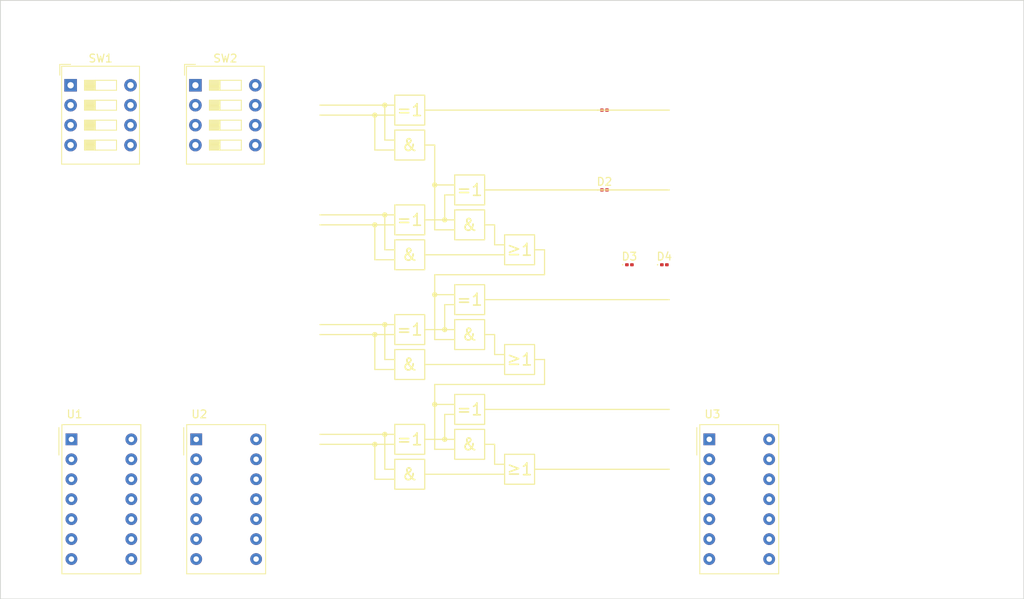
<source format=kicad_pcb>
(kicad_pcb (version 20211014) (generator pcbnew)
  (layers (0 "F.Cu" signal) (31 "B.Cu" signal) (34 "B.Paste" user) (35 "F.Paste" user) (36 "B.SilkS" user "B.Silkscreen") (37 "F.SilkS" user "F.Silkscreen") (38 "B.Mask" user) (39 "F.Mask" user) (44 "Edge.Cuts" user))
  (net 0 "")
  (footprint "Button_Switch_THT:SW_DIP_SPSTx04_Slide_9.78x12.34mm_W7.62mm_P2.54mm" (layer "F.Cu") (at 92.1175 48.905)
    (fp_text reference "SW2" (at 3.81 -3.42) (layer "F.SilkS"))
    (fp_text value "SW_DIP_x04")
    (fp_line (start 5.84 8.255) (end 5.84 6.985) (layer "F.SilkS") (width 0.12))
    (fp_line (start 1.78 5.405) (end 3.133333 5.405) (layer "F.SilkS") (width 0.12))
    (fp_line (start 1.78 2.745) (end 3.133333 2.745) (layer "F.SilkS") (width 0.12))
    (fp_line (start 5.84 1.905) (end 1.78 1.905) (layer "F.SilkS") (width 0.12))
    (fp_line (start 1.78 0.635) (end 5.84 0.635) (layer "F.SilkS") (width 0.12))
    (fp_line (start -1.14 -2.42) (end 8.76 -2.42) (layer "F.SilkS") (width 0.12))
    (fp_line (start 1.78 7.945) (end 3.133333 7.945) (layer "F.SilkS") (width 0.12))
    (fp_line (start 5.84 0.635) (end 5.84 -0.635) (layer "F.SilkS") (width 0.12))
    (fp_line (start 1.78 -0.515) (end 3.133333 -0.515) (layer "F.SilkS") (width 0.12))
    (fp_line (start 1.78 8.065) (end 3.133333 8.065) (layer "F.SilkS") (width 0.12))
    (fp_line (start 1.78 0.325) (end 3.133333 0.325) (layer "F.SilkS") (width 0.12))
    (fp_line (start 1.78 2.145) (end 3.133333 2.145) (layer "F.SilkS") (width 0.12))
    (fp_line (start 1.78 -0.035) (end 3.133333 -0.035) (layer "F.SilkS") (width 0.12))
    (fp_line (start 1.78 7.705) (end 3.133333 7.705) (layer "F.SilkS") (width 0.12))
    (fp_line (start 5.84 3.175) (end 5.84 1.905) (layer "F.SilkS") (width 0.12))
    (fp_line (start 1.78 4.565) (end 3.133333 4.565) (layer "F.SilkS") (width 0.12))
    (fp_line (start 1.78 2.505) (end 3.133333 2.505) (layer "F.SilkS") (width 0.12))
    (fp_line (start 5.84 5.715) (end 5.84 4.445) (layer "F.SilkS") (width 0.12))
    (fp_line (start 1.78 5.715) (end 5.84 5.715) (layer "F.SilkS") (width 0.12))
    (fp_line (start 5.84 -0.635) (end 1.78 -0.635) (layer "F.SilkS") (width 0.12))
    (fp_line (start 1.78 2.865) (end 3.133333 2.865) (layer "F.SilkS") (width 0.12))
    (fp_line (start 1.78 7.825) (end 3.133333 7.825) (layer "F.SilkS") (width 0.12))
    (fp_line (start -1.38 -2.66) (end -1.38 -1.277) (layer "F.SilkS") (width 0.12))
    (fp_line (start 3.133333 -0.635) (end 3.133333 0.635) (layer "F.SilkS") (width 0.12))
    (fp_line (start 8.76 -2.42) (end 8.76 10.04) (layer "F.SilkS") (width 0.12))
    (fp_line (start 1.78 -0.635) (end 1.78 0.635) (layer "F.SilkS") (width 0.12))
    (fp_line (start 1.78 4.445) (end 1.78 5.715) (layer "F.SilkS") (width 0.12))
    (fp_line (start 1.78 7.105) (end 3.133333 7.105) (layer "F.SilkS") (width 0.12))
    (fp_line (start 1.78 2.385) (end 3.133333 2.385) (layer "F.SilkS") (width 0.12))
    (fp_line (start 1.78 2.985) (end 3.133333 2.985) (layer "F.SilkS") (width 0.12))
    (fp_line (start 1.78 -0.275) (end 3.133333 -0.275) (layer "F.SilkS") (width 0.12))
    (fp_line (start 1.78 3.175) (end 5.84 3.175) (layer "F.SilkS") (width 0.12))
    (fp_line (start 1.78 4.925) (end 3.133333 4.925) (layer "F.SilkS") (width 0.12))
    (fp_line (start 1.78 5.645) (end 3.133333 5.645) (layer "F.SilkS") (width 0.12))
    (fp_line (start 1.78 -0.395) (end 3.133333 -0.395) (layer "F.SilkS") (width 0.12))
    (fp_line (start 1.78 0.205) (end 3.133333 0.205) (layer "F.SilkS") (width 0.12))
    (fp_line (start 1.78 5.045) (end 3.133333 5.045) (layer "F.SilkS") (width 0.12))
    (fp_line (start 1.78 8.255) (end 5.84 8.255) (layer "F.SilkS") (width 0.12))
    (fp_line (start 1.78 0.085) (end 3.133333 0.085) (layer "F.SilkS") (width 0.12))
    (fp_line (start 3.133333 6.985) (end 3.133333 8.255) (layer "F.SilkS") (width 0.12))
    (fp_line (start -1.14 10.04) (end 8.76 10.04) (layer "F.SilkS") (width 0.12))
    (fp_line (start 1.78 8.185) (end 3.133333 8.185) (layer "F.SilkS") (width 0.12))
    (fp_line (start 1.78 6.985) (end 1.78 8.255) (layer "F.SilkS") (width 0.12))
    (fp_line (start 1.78 7.585) (end 3.133333 7.585) (layer "F.SilkS") (width 0.12))
    (fp_line (start -1.38 -2.66) (end 0.004 -2.66) (layer "F.SilkS") (width 0.12))
    (fp_line (start 1.78 -0.155) (end 3.133333 -0.155) (layer "F.SilkS") (width 0.12))
    (fp_line (start 1.78 7.225) (end 3.133333 7.225) (layer "F.SilkS") (width 0.12))
    (fp_line (start 5.84 4.445) (end 1.78 4.445) (layer "F.SilkS") (width 0.12))
    (fp_line (start 1.78 5.165) (end 3.133333 5.165) (layer "F.SilkS") (width 0.12))
    (fp_line (start 1.78 1.905) (end 1.78 3.175) (layer "F.SilkS") (width 0.12))
    (fp_line (start 1.78 2.625) (end 3.133333 2.625) (layer "F.SilkS") (width 0.12))
    (fp_line (start 1.78 3.105) (end 3.133333 3.105) (layer "F.SilkS") (width 0.12))
    (fp_line (start 1.78 7.465) (end 3.133333 7.465) (layer "F.SilkS") (width 0.12))
    (fp_line (start 1.78 4.805) (end 3.133333 4.805) (layer "F.SilkS") (width 0.12))
    (fp_line (start 1.78 5.285) (end 3.133333 5.285) (layer "F.SilkS") (width 0.12))
    (fp_line (start 1.78 2.025) (end 3.133333 2.025) (layer "F.SilkS") (width 0.12))
    (fp_line (start 3.133333 1.905) (end 3.133333 3.175) (layer "F.SilkS") (width 0.12))
    (fp_line (start 1.78 5.525) (end 3.133333 5.525) (layer "F.SilkS") (width 0.12))
    (fp_line (start 1.78 0.565) (end 3.133333 0.565) (layer "F.SilkS") (width 0.12))
    (fp_line (start -1.14 -2.42) (end -1.14 10.04) (layer "F.SilkS") (width 0.12))
    (fp_line (start 5.84 6.985) (end 1.78 6.985) (layer "F.SilkS") (width 0.12))
    (fp_line (start 1.78 2.265) (end 3.133333 2.265) (layer "F.SilkS") (width 0.12))
    (fp_line (start 1.78 7.345) (end 3.133333 7.345) (layer "F.SilkS") (width 0.12))
    (fp_line (start 3.133333 4.445) (end 3.133333 5.715) (layer "F.SilkS") (width 0.12))
    (fp_line (start 1.78 0.445) (end 3.133333 0.445) (layer "F.SilkS") (width 0.12))
    (fp_line (start 1.78 4.685) (end 3.133333 4.685) (layer "F.SilkS") (width 0.12))
    (pad "1" thru_hole rect (at 0 0) (size 1.6 1.6) (drill 0.8) (layers *.Cu *.Mask))
    (pad "2" thru_hole oval (at 0 2.54) (size 1.6 1.6) (drill 0.8) (layers *.Cu *.Mask))
    (pad "3" thru_hole oval (at 0 5.08) (size 1.6 1.6) (drill 0.8) (layers *.Cu *.Mask))
    (pad "4" thru_hole oval (at 0 7.62) (size 1.6 1.6) (drill 0.8) (layers *.Cu *.Mask))
    (pad "5" thru_hole oval (at 7.62 7.62) (size 1.6 1.6) (drill 0.8) (layers *.Cu *.Mask))
    (pad "6" thru_hole oval (at 7.62 5.08) (size 1.6 1.6) (drill 0.8) (layers *.Cu *.Mask))
    (pad "7" thru_hole oval (at 7.62 2.54) (size 1.6 1.6) (drill 0.8) (layers *.Cu *.Mask))
    (pad "8" thru_hole oval (at 7.62 0) (size 1.6 1.6) (drill 0.8) (layers *.Cu *.Mask))
  )
  (footprint "Diode_SMD:D_0201_0603Metric" (layer "F.Cu") (at 144.145 62.23)
    (fp_text reference "D2" (at 0 -1.05) (layer "F.SilkS"))
    (fp_text value "LED")
    (fp_circle (center -0.86 0) (end -0.81 0) (layer "F.SilkS") (width 0.1) (fill none))
    (pad "1" smd roundrect (at -0.32 0) (size 0.46 0.4) (layers "F.Cu" "F.Mask"))
    (pad "2" smd roundrect (at 0.32 0) (size 0.46 0.4) (layers "F.Cu" "F.Mask"))
  )
  (footprint "Diode_SMD:D_0201_0603Metric" (layer "F.Cu") (at 144.145 52.07)
    (fp_text reference "D1" hide)
    (fp_text value "LED" hide)
    (fp_circle (center -0.86 0) (end -0.81 0) (layer "F.SilkS") (width 0.1) (fill none))
    (pad "1" smd roundrect (at -0.32 0) (size 0.46 0.4) (layers "F.Cu" "F.Mask"))
    (pad "2" smd roundrect (at 0.32 0) (size 0.46 0.4) (layers "F.Cu" "F.Mask"))
  )
  (footprint "Diode_SMD:D_0201_0603Metric" (layer "F.Cu") (at 147.32 71.755)
    (fp_text reference "D3" (at 0 -1.05) (layer "F.SilkS"))
    (fp_text value "LED")
    (fp_circle (center -0.86 0) (end -0.81 0) (layer "F.SilkS") (width 0.1) (fill none))
    (pad "1" smd roundrect (at -0.32 0) (size 0.46 0.4) (layers "F.Cu" "F.Mask"))
    (pad "2" smd roundrect (at 0.32 0) (size 0.46 0.4) (layers "F.Cu" "F.Mask"))
  )
  (footprint "Diode_SMD:D_0201_0603Metric" (layer "F.Cu") (at 151.765 71.755)
    (fp_text reference "D4" (at 0 -1.05) (layer "F.SilkS"))
    (fp_text value "LED")
    (fp_circle (center -0.86 0) (end -0.81 0) (layer "F.SilkS") (width 0.1) (fill none))
    (pad "1" smd roundrect (at -0.32 0) (size 0.46 0.4) (layers "F.Cu" "F.Mask"))
    (pad "2" smd roundrect (at 0.32 0) (size 0.46 0.4) (layers "F.Cu" "F.Mask"))
  )
  (footprint "Button_Switch_THT:SW_DIP_SPSTx04_Slide_9.78x12.34mm_W7.62mm_P2.54mm" (layer "F.Cu") (at 76.2425 48.905)
    (fp_text reference "SW1" (at 3.81 -3.42) (layer "F.SilkS"))
    (fp_text value "SW_DIP_x04")
    (fp_line (start 1.78 0.445) (end 3.133333 0.445) (layer "F.SilkS") (width 0.12))
    (fp_line (start 1.78 2.745) (end 3.133333 2.745) (layer "F.SilkS") (width 0.12))
    (fp_line (start 5.84 3.175) (end 5.84 1.905) (layer "F.SilkS") (width 0.12))
    (fp_line (start 1.78 2.145) (end 3.133333 2.145) (layer "F.SilkS") (width 0.12))
    (fp_line (start 1.78 2.865) (end 3.133333 2.865) (layer "F.SilkS") (width 0.12))
    (fp_line (start 1.78 5.165) (end 3.133333 5.165) (layer "F.SilkS") (width 0.12))
    (fp_line (start 5.84 0.635) (end 5.84 -0.635) (layer "F.SilkS") (width 0.12))
    (fp_line (start 1.78 8.255) (end 5.84 8.255) (layer "F.SilkS") (width 0.12))
    (fp_line (start 1.78 -0.395) (end 3.133333 -0.395) (layer "F.SilkS") (width 0.12))
    (fp_line (start 1.78 0.565) (end 3.133333 0.565) (layer "F.SilkS") (width 0.12))
    (fp_line (start 3.133333 4.445) (end 3.133333 5.715) (layer "F.SilkS") (width 0.12))
    (fp_line (start 1.78 2.505) (end 3.133333 2.505) (layer "F.SilkS") (width 0.12))
    (fp_line (start 1.78 4.925) (end 3.133333 4.925) (layer "F.SilkS") (width 0.12))
    (fp_line (start 1.78 1.905) (end 1.78 3.175) (layer "F.SilkS") (width 0.12))
    (fp_line (start 1.78 8.065) (end 3.133333 8.065) (layer "F.SilkS") (width 0.12))
    (fp_line (start 1.78 4.685) (end 3.133333 4.685) (layer "F.SilkS") (width 0.12))
    (fp_line (start 5.84 -0.635) (end 1.78 -0.635) (layer "F.SilkS") (width 0.12))
    (fp_line (start 1.78 0.325) (end 3.133333 0.325) (layer "F.SilkS") (width 0.12))
    (fp_line (start 1.78 0.635) (end 5.84 0.635) (layer "F.SilkS") (width 0.12))
    (fp_line (start 1.78 7.585) (end 3.133333 7.585) (layer "F.SilkS") (width 0.12))
    (fp_line (start 1.78 2.025) (end 3.133333 2.025) (layer "F.SilkS") (width 0.12))
    (fp_line (start 1.78 -0.275) (end 3.133333 -0.275) (layer "F.SilkS") (width 0.12))
    (fp_line (start 1.78 7.465) (end 3.133333 7.465) (layer "F.SilkS") (width 0.12))
    (fp_line (start 1.78 7.225) (end 3.133333 7.225) (layer "F.SilkS") (width 0.12))
    (fp_line (start 1.78 7.825) (end 3.133333 7.825) (layer "F.SilkS") (width 0.12))
    (fp_line (start 1.78 7.705) (end 3.133333 7.705) (layer "F.SilkS") (width 0.12))
    (fp_line (start -1.38 -2.66) (end -1.38 -1.277) (layer "F.SilkS") (width 0.12))
    (fp_line (start -1.14 10.04) (end 8.76 10.04) (layer "F.SilkS") (width 0.12))
    (fp_line (start 1.78 5.645) (end 3.133333 5.645) (layer "F.SilkS") (width 0.12))
    (fp_line (start 8.76 -2.42) (end 8.76 10.04) (layer "F.SilkS") (width 0.12))
    (fp_line (start 3.133333 1.905) (end 3.133333 3.175) (layer "F.SilkS") (width 0.12))
    (fp_line (start 5.84 4.445) (end 1.78 4.445) (layer "F.SilkS") (width 0.12))
    (fp_line (start 1.78 2.265) (end 3.133333 2.265) (layer "F.SilkS") (width 0.12))
    (fp_line (start 1.78 5.525) (end 3.133333 5.525) (layer "F.SilkS") (width 0.12))
    (fp_line (start 1.78 3.175) (end 5.84 3.175) (layer "F.SilkS") (width 0.12))
    (fp_line (start 1.78 6.985) (end 1.78 8.255) (layer "F.SilkS") (width 0.12))
    (fp_line (start 5.84 6.985) (end 1.78 6.985) (layer "F.SilkS") (width 0.12))
    (fp_line (start 1.78 8.185) (end 3.133333 8.185) (layer "F.SilkS") (width 0.12))
    (fp_line (start 1.78 5.405) (end 3.133333 5.405) (layer "F.SilkS") (width 0.12))
    (fp_line (start 1.78 7.105) (end 3.133333 7.105) (layer "F.SilkS") (width 0.12))
    (fp_line (start 1.78 -0.155) (end 3.133333 -0.155) (layer "F.SilkS") (width 0.12))
    (fp_line (start 1.78 7.945) (end 3.133333 7.945) (layer "F.SilkS") (width 0.12))
    (fp_line (start 1.78 2.625) (end 3.133333 2.625) (layer "F.SilkS") (width 0.12))
    (fp_line (start 1.78 5.715) (end 5.84 5.715) (layer "F.SilkS") (width 0.12))
    (fp_line (start 3.133333 -0.635) (end 3.133333 0.635) (layer "F.SilkS") (width 0.12))
    (fp_line (start 1.78 4.565) (end 3.133333 4.565) (layer "F.SilkS") (width 0.12))
    (fp_line (start 1.78 -0.635) (end 1.78 0.635) (layer "F.SilkS") (width 0.12))
    (fp_line (start 5.84 5.715) (end 5.84 4.445) (layer "F.SilkS") (width 0.12))
    (fp_line (start 1.78 0.085) (end 3.133333 0.085) (layer "F.SilkS") (width 0.12))
    (fp_line (start -1.14 -2.42) (end 8.76 -2.42) (layer "F.SilkS") (width 0.12))
    (fp_line (start 1.78 4.805) (end 3.133333 4.805) (layer "F.SilkS") (width 0.12))
    (fp_line (start 3.133333 6.985) (end 3.133333 8.255) (layer "F.SilkS") (width 0.12))
    (fp_line (start 1.78 5.045) (end 3.133333 5.045) (layer "F.SilkS") (width 0.12))
    (fp_line (start 1.78 2.385) (end 3.133333 2.385) (layer "F.SilkS") (width 0.12))
    (fp_line (start 1.78 4.445) (end 1.78 5.715) (layer "F.SilkS") (width 0.12))
    (fp_line (start 1.78 3.105) (end 3.133333 3.105) (layer "F.SilkS") (width 0.12))
    (fp_line (start 1.78 5.285) (end 3.133333 5.285) (layer "F.SilkS") (width 0.12))
    (fp_line (start 1.78 -0.035) (end 3.133333 -0.035) (layer "F.SilkS") (width 0.12))
    (fp_line (start 1.78 0.205) (end 3.133333 0.205) (layer "F.SilkS") (width 0.12))
    (fp_line (start 5.84 1.905) (end 1.78 1.905) (layer "F.SilkS") (width 0.12))
    (fp_line (start 1.78 7.345) (end 3.133333 7.345) (layer "F.SilkS") (width 0.12))
    (fp_line (start -1.14 -2.42) (end -1.14 10.04) (layer "F.SilkS") (width 0.12))
    (fp_line (start 1.78 -0.515) (end 3.133333 -0.515) (layer "F.SilkS") (width 0.12))
    (fp_line (start 5.84 8.255) (end 5.84 6.985) (layer "F.SilkS") (width 0.12))
    (fp_line (start 1.78 2.985) (end 3.133333 2.985) (layer "F.SilkS") (width 0.12))
    (fp_line (start -1.38 -2.66) (end 0.004 -2.66) (layer "F.SilkS") (width 0.12))
    (pad "1" thru_hole rect (at 0 0) (size 1.6 1.6) (drill 0.8) (layers *.Cu *.Mask))
    (pad "2" thru_hole oval (at 0 2.54) (size 1.6 1.6) (drill 0.8) (layers *.Cu *.Mask))
    (pad "3" thru_hole oval (at 0 5.08) (size 1.6 1.6) (drill 0.8) (layers *.Cu *.Mask))
    (pad "4" thru_hole oval (at 0 7.62) (size 1.6 1.6) (drill 0.8) (layers *.Cu *.Mask))
    (pad "5" thru_hole oval (at 7.62 7.62) (size 1.6 1.6) (drill 0.8) (layers *.Cu *.Mask))
    (pad "6" thru_hole oval (at 7.62 5.08) (size 1.6 1.6) (drill 0.8) (layers *.Cu *.Mask))
    (pad "7" thru_hole oval (at 7.62 2.54) (size 1.6 1.6) (drill 0.8) (layers *.Cu *.Mask))
    (pad "8" thru_hole oval (at 7.62 0) (size 1.6 1.6) (drill 0.8) (layers *.Cu *.Mask))
  )
  (footprint "Display_7Segment:MAN71A" (layer "F.Cu") (at 92.2175 93.98)
    (fp_text reference "U2" (at 0.4 -3.2) (layer "F.SilkS"))
    (fp_text value "MAN71A")
    (fp_line (start -1.21 17.115) (end -1.21 -1.875) (layer "F.SilkS") (width 0.12))
    (fp_line (start -1.21 -1.875) (end 8.83 -1.875) (layer "F.SilkS") (width 0.12))
    (fp_line (start 8.83 17.115) (end -1.21 17.115) (layer "F.SilkS") (width 0.12))
    (fp_line (start -1.59 -1.5) (end -1.59 2) (layer "F.SilkS") (width 0.12))
    (fp_line (start 8.83 -1.875) (end 8.83 17.115) (layer "F.SilkS") (width 0.12))
    (pad "1" thru_hole rect (at 0 0) (size 1.5 1.5) (drill 0.7) (layers *.Cu *.Mask))
    (pad "2" thru_hole circle (at 0 2.54) (size 1.5 1.5) (drill 0.7) (layers *.Cu *.Mask))
    (pad "3" thru_hole circle (at 0 5.08) (size 1.5 1.5) (drill 0.7) (layers *.Cu *.Mask))
    (pad "4" thru_hole circle (at 0 7.62) (size 1.5 1.5) (drill 0.7) (layers *.Cu *.Mask))
    (pad "5" thru_hole circle (at 0 10.16) (size 1.5 1.5) (drill 0.7) (layers *.Cu *.Mask))
    (pad "6" thru_hole circle (at 0 12.7) (size 1.5 1.5) (drill 0.7) (layers *.Cu *.Mask))
    (pad "7" thru_hole circle (at 0 15.24) (size 1.5 1.5) (drill 0.7) (layers *.Cu *.Mask))
    (pad "8" thru_hole circle (at 7.62 15.24) (size 1.5 1.5) (drill 0.7) (layers *.Cu *.Mask))
    (pad "9" thru_hole circle (at 7.62 12.7) (size 1.5 1.5) (drill 0.7) (layers *.Cu *.Mask))
    (pad "10" thru_hole circle (at 7.62 10.16) (size 1.5 1.5) (drill 0.7) (layers *.Cu *.Mask))
    (pad "11" thru_hole circle (at 7.62 7.62) (size 1.5 1.5) (drill 0.7) (layers *.Cu *.Mask))
    (pad "12" thru_hole circle (at 7.62 5.08) (size 1.5 1.5) (drill 0.7) (layers *.Cu *.Mask))
    (pad "13" thru_hole circle (at 7.62 2.54) (size 1.5 1.5) (drill 0.7) (layers *.Cu *.Mask))
    (pad "14" thru_hole circle (at 7.62 0) (size 1.5 1.5) (drill 0.7) (layers *.Cu *.Mask))
  )
  (footprint "Display_7Segment:MAN71A" (layer "F.Cu") (at 76.3425 93.98)
    (fp_text reference "U1" (at 0.4 -3.2) (layer "F.SilkS"))
    (fp_text value "MAN71A")
    (fp_line (start -1.21 -1.875) (end 8.83 -1.875) (layer "F.SilkS") (width 0.12))
    (fp_line (start 8.83 17.115) (end -1.21 17.115) (layer "F.SilkS") (width 0.12))
    (fp_line (start 8.83 -1.875) (end 8.83 17.115) (layer "F.SilkS") (width 0.12))
    (fp_line (start -1.21 17.115) (end -1.21 -1.875) (layer "F.SilkS") (width 0.12))
    (fp_line (start -1.59 -1.5) (end -1.59 2) (layer "F.SilkS") (width 0.12))
    (pad "1" thru_hole rect (at 0 0) (size 1.5 1.5) (drill 0.7) (layers *.Cu *.Mask))
    (pad "2" thru_hole circle (at 0 2.54) (size 1.5 1.5) (drill 0.7) (layers *.Cu *.Mask))
    (pad "3" thru_hole circle (at 0 5.08) (size 1.5 1.5) (drill 0.7) (layers *.Cu *.Mask))
    (pad "4" thru_hole circle (at 0 7.62) (size 1.5 1.5) (drill 0.7) (layers *.Cu *.Mask))
    (pad "5" thru_hole circle (at 0 10.16) (size 1.5 1.5) (drill 0.7) (layers *.Cu *.Mask))
    (pad "6" thru_hole circle (at 0 12.7) (size 1.5 1.5) (drill 0.7) (layers *.Cu *.Mask))
    (pad "7" thru_hole circle (at 0 15.24) (size 1.5 1.5) (drill 0.7) (layers *.Cu *.Mask))
    (pad "8" thru_hole circle (at 7.62 15.24) (size 1.5 1.5) (drill 0.7) (layers *.Cu *.Mask))
    (pad "9" thru_hole circle (at 7.62 12.7) (size 1.5 1.5) (drill 0.7) (layers *.Cu *.Mask))
    (pad "10" thru_hole circle (at 7.62 10.16) (size 1.5 1.5) (drill 0.7) (layers *.Cu *.Mask))
    (pad "11" thru_hole circle (at 7.62 7.62) (size 1.5 1.5) (drill 0.7) (layers *.Cu *.Mask))
    (pad "12" thru_hole circle (at 7.62 5.08) (size 1.5 1.5) (drill 0.7) (layers *.Cu *.Mask))
    (pad "13" thru_hole circle (at 7.62 2.54) (size 1.5 1.5) (drill 0.7) (layers *.Cu *.Mask))
    (pad "14" thru_hole circle (at 7.62 0) (size 1.5 1.5) (drill 0.7) (layers *.Cu *.Mask))
  )
  (footprint "Display_7Segment:MAN71A" (layer "F.Cu") (at 157.48 93.98)
    (fp_text reference "U3" (at 0.4 -3.2) (layer "F.SilkS"))
    (fp_text value "MAN71A")
    (fp_line (start 8.83 17.115) (end -1.21 17.115) (layer "F.SilkS") (width 0.12))
    (fp_line (start 8.83 -1.875) (end 8.83 17.115) (layer "F.SilkS") (width 0.12))
    (fp_line (start -1.21 17.115) (end -1.21 -1.875) (layer "F.SilkS") (width 0.12))
    (fp_line (start -1.59 -1.5) (end -1.59 2) (layer "F.SilkS") (width 0.12))
    (fp_line (start -1.21 -1.875) (end 8.83 -1.875) (layer "F.SilkS") (width 0.12))
    (pad "1" thru_hole rect (at 0 0) (size 1.5 1.5) (drill 0.7) (layers *.Cu *.Mask))
    (pad "2" thru_hole circle (at 0 2.54) (size 1.5 1.5) (drill 0.7) (layers *.Cu *.Mask))
    (pad "3" thru_hole circle (at 0 5.08) (size 1.5 1.5) (drill 0.7) (layers *.Cu *.Mask))
    (pad "4" thru_hole circle (at 0 7.62) (size 1.5 1.5) (drill 0.7) (layers *.Cu *.Mask))
    (pad "5" thru_hole circle (at 0 10.16) (size 1.5 1.5) (drill 0.7) (layers *.Cu *.Mask))
    (pad "6" thru_hole circle (at 0 12.7) (size 1.5 1.5) (drill 0.7) (layers *.Cu *.Mask))
    (pad "7" thru_hole circle (at 0 15.24) (size 1.5 1.5) (drill 0.7) (layers *.Cu *.Mask))
    (pad "8" thru_hole circle (at 7.62 15.24) (size 1.5 1.5) (drill 0.7) (layers *.Cu *.Mask))
    (pad "9" thru_hole circle (at 7.62 12.7) (size 1.5 1.5) (drill 0.7) (layers *.Cu *.Mask))
    (pad "10" thru_hole circle (at 7.62 10.16) (size 1.5 1.5) (drill 0.7) (layers *.Cu *.Mask))
    (pad "11" thru_hole circle (at 7.62 7.62) (size 1.5 1.5) (drill 0.7) (layers *.Cu *.Mask))
    (pad "12" thru_hole circle (at 7.62 5.08) (size 1.5 1.5) (drill 0.7) (layers *.Cu *.Mask))
    (pad "13" thru_hole circle (at 7.62 2.54) (size 1.5 1.5) (drill 0.7) (layers *.Cu *.Mask))
    (pad "14" thru_hole circle (at 7.62 0) (size 1.5 1.5) (drill 0.7) (layers *.Cu *.Mask))
  )
  (gr_circle (center 114.935 66.675) (end 115.189 66.675) (layer "F.SilkS") (width 0.15) (fill solid))
  (gr_line (start 123.825 80.01) (end 123.825 76.835) (layer "F.SilkS") (width 0.15))
  (gr_line (start 116.205 83.82) (end 116.205 79.375) (layer "F.SilkS") (width 0.15))
  (gr_line (start 121.285 80.01) (end 125.095 80.01) (layer "F.SilkS") (width 0.15))
  (gr_line (start 128.905 66.675) (end 130.175 66.675) (layer "F.SilkS") (width 0.15))
  (gr_rect (start 125.095 64.77) (end 128.905 68.58) (layer "F.SilkS") (width 0.15) (fill none))
  (gr_line (start 136.525 86.995) (end 136.525 83.82) (layer "F.SilkS") (width 0.15))
  (gr_line (start 121.285 70.485) (end 131.445 70.485) (layer "F.SilkS") (width 0.15))
  (gr_line (start 130.175 97.155) (end 131.445 97.155) (layer "F.SilkS") (width 0.15))
  (gr_circle (center 123.825 66.04) (end 124.079 66.04) (layer "F.SilkS") (width 0.15) (fill solid))
  (gr_line (start 117.475 79.375) (end 107.95 79.375) (layer "F.SilkS") (width 0.15))
  (gr_circle (center 123.825 93.98) (end 124.079 93.98) (layer "F.SilkS") (width 0.15) (fill solid))
  (gr_line (start 121.285 66.04) (end 125.095 66.04) (layer "F.SilkS") (width 0.15))
  (gr_line (start 117.475 97.79) (end 116.205 97.79) (layer "F.SilkS") (width 0.15))
  (gr_line (start 121.285 52.07) (end 152.4 52.07) (layer "F.SilkS") (width 0.15))
  (gr_line (start 130.175 66.675) (end 130.175 69.215) (layer "F.SilkS") (width 0.15))
  (gr_line (start 122.555 61.595) (end 125.095 61.595) (layer "F.SilkS") (width 0.15))
  (gr_circle (center 116.205 65.405) (end 116.459 65.405) (layer "F.SilkS") (width 0.15) (fill solid))
  (gr_rect (start 117.475 78.105) (end 121.285 81.915) (layer "F.SilkS") (width 0.15) (fill none))
  (gr_line (start 130.175 80.645) (end 130.175 83.185) (layer "F.SilkS") (width 0.15))
  (gr_line (start 123.825 66.04) (end 123.825 62.865) (layer "F.SilkS") (width 0.15))
  (gr_line (start 121.285 56.515) (end 122.555 56.515) (layer "F.SilkS") (width 0.15))
  (gr_line (start 135.255 83.82) (end 136.525 83.82) (layer "F.SilkS") (width 0.15))
  (gr_line (start 117.475 66.675) (end 107.95 66.675) (layer "F.SilkS") (width 0.15))
  (gr_line (start 122.555 81.28) (end 125.095 81.28) (layer "F.SilkS") (width 0.15))
  (gr_rect (start 125.095 74.295) (end 128.905 78.105) (layer "F.SilkS") (width 0.15) (fill none))
  (gr_line (start 128.905 94.615) (end 130.175 94.615) (layer "F.SilkS") (width 0.15))
  (gr_line (start 122.555 95.25) (end 122.555 86.995) (layer "F.SilkS") (width 0.15))
  (gr_line (start 117.475 85.09) (end 114.935 85.09) (layer "F.SilkS") (width 0.15))
  (gr_line (start 117.475 51.435) (end 107.95 51.435) (layer "F.SilkS") (width 0.15))
  (gr_circle (center 114.935 80.645) (end 115.189 80.645) (layer "F.SilkS") (width 0.15) (fill solid))
  (gr_line (start 135.255 97.79) (end 152.4 97.79) (layer "F.SilkS") (width 0.15))
  (gr_circle (center 116.205 93.345) (end 116.459 93.345) (layer "F.SilkS") (width 0.15) (fill solid))
  (gr_rect (start 117.475 92.075) (end 121.285 95.885) (layer "F.SilkS") (width 0.15) (fill none))
  (gr_line (start 121.285 93.98) (end 125.095 93.98) (layer "F.SilkS") (width 0.15))
  (gr_line (start 121.285 98.425) (end 131.445 98.425) (layer "F.SilkS") (width 0.15))
  (gr_line (start 116.205 97.79) (end 116.205 93.345) (layer "F.SilkS") (width 0.15))
  (gr_line (start 117.475 99.06) (end 114.935 99.06) (layer "F.SilkS") (width 0.15))
  (gr_line (start 116.205 55.88) (end 116.205 51.435) (layer "F.SilkS") (width 0.15))
  (gr_line (start 117.475 52.705) (end 107.95 52.705) (layer "F.SilkS") (width 0.15))
  (gr_line (start 114.935 71.12) (end 114.935 66.675) (layer "F.SilkS") (width 0.15))
  (gr_line (start 117.475 69.85) (end 116.205 69.85) (layer "F.SilkS") (width 0.15))
  (gr_line (start 114.935 57.15) (end 114.935 52.705) (layer "F.SilkS") (width 0.15))
  (gr_line (start 130.175 83.185) (end 131.445 83.185) (layer "F.SilkS") (width 0.15))
  (gr_rect (start 131.445 81.915) (end 135.255 85.725) (layer "F.SilkS") (width 0.15) (fill none))
  (gr_circle (center 122.555 89.535) (end 122.809 89.535) (layer "F.SilkS") (width 0.15) (fill solid))
  (gr_rect (start 125.095 92.71) (end 128.905 96.52) (layer "F.SilkS") (width 0.15) (fill none))
  (gr_rect (start 125.095 88.265) (end 128.905 92.075) (layer "F.SilkS") (width 0.15) (fill none))
  (gr_line (start 123.825 90.805) (end 125.095 90.805) (layer "F.SilkS") (width 0.15))
  (gr_rect (start 125.095 60.325) (end 128.905 64.135) (layer "F.SilkS") (width 0.15) (fill none))
  (gr_line (start 122.555 56.515) (end 122.555 67.31) (layer "F.SilkS") (width 0.15))
  (gr_line (start 130.175 94.615) (end 130.175 97.155) (layer "F.SilkS") (width 0.15))
  (gr_circle (center 114.935 52.705) (end 115.189 52.705) (layer "F.SilkS") (width 0.15) (fill solid))
  (gr_circle (center 122.555 75.565) (end 122.809 75.565) (layer "F.SilkS") (width 0.15) (fill solid))
  (gr_line (start 128.905 80.645) (end 130.175 80.645) (layer "F.SilkS") (width 0.15))
  (gr_rect (start 117.475 54.61) (end 121.285 58.42) (layer "F.SilkS") (width 0.15) (fill none))
  (gr_line (start 117.475 57.15) (end 114.935 57.15) (layer "F.SilkS") (width 0.15))
  (gr_line (start 114.935 85.09) (end 114.935 80.645) (layer "F.SilkS") (width 0.15))
  (gr_rect (start 131.445 67.945) (end 135.255 71.755) (layer "F.SilkS") (width 0.15) (fill none))
  (gr_line (start 117.475 93.345) (end 107.95 93.345) (layer "F.SilkS") (width 0.15))
  (gr_line (start 117.475 80.645) (end 107.95 80.645) (layer "F.SilkS") (width 0.15))
  (gr_line (start 123.825 62.865) (end 125.095 62.865) (layer "F.SilkS") (width 0.15))
  (gr_line (start 117.475 55.88) (end 116.205 55.88) (layer "F.SilkS") (width 0.15))
  (gr_line (start 117.475 65.405) (end 107.95 65.405) (layer "F.SilkS") (width 0.15))
  (gr_rect (start 131.445 95.885) (end 135.255 99.695) (layer "F.SilkS") (width 0.15) (fill none))
  (gr_line (start 123.825 76.835) (end 125.095 76.835) (layer "F.SilkS") (width 0.15))
  (gr_line (start 122.555 89.535) (end 125.095 89.535) (layer "F.SilkS") (width 0.15))
  (gr_circle (center 114.935 94.615) (end 115.189 94.615) (layer "F.SilkS") (width 0.15) (fill solid))
  (gr_line (start 114.935 99.06) (end 114.935 94.615) (layer "F.SilkS") (width 0.15))
  (gr_circle (center 116.205 51.435) (end 116.459 51.435) (layer "F.SilkS") (width 0.15) (fill solid))
  (gr_line (start 122.555 86.995) (end 136.525 86.995) (layer "F.SilkS") (width 0.15))
  (gr_line (start 128.905 90.17) (end 152.4 90.17) (layer "F.SilkS") (width 0.15))
  (gr_line (start 122.555 73.025) (end 136.525 73.025) (layer "F.SilkS") (width 0.15))
  (gr_line (start 128.905 62.23) (end 152.4 62.23) (layer "F.SilkS") (width 0.15))
  (gr_line (start 117.475 71.12) (end 114.935 71.12) (layer "F.SilkS") (width 0.15))
  (gr_circle (center 123.825 80.01) (end 124.079 80.01) (layer "F.SilkS") (width 0.15) (fill solid))
  (gr_line (start 117.475 83.82) (end 116.205 83.82) (layer "F.SilkS") (width 0.15))
  (gr_line (start 122.555 95.25) (end 125.095 95.25) (layer "F.SilkS") (width 0.15))
  (gr_rect (start 117.475 64.135) (end 121.285 67.945) (layer "F.SilkS") (width 0.15) (fill none))
  (gr_rect (start 125.095 78.74) (end 128.905 82.55) (layer "F.SilkS") (width 0.15) (fill none))
  (gr_rect (start 117.475 50.165) (end 121.285 53.975) (layer "F.SilkS") (width 0.15) (fill none))
  (gr_circle (center 116.205 79.375) (end 116.459 79.375) (layer "F.SilkS") (width 0.15) (fill solid))
  (gr_line (start 117.475 94.615) (end 107.95 94.615) (layer "F.SilkS") (width 0.15))
  (gr_line (start 130.175 69.215) (end 131.445 69.215) (layer "F.SilkS") (width 0.15))
  (gr_rect (start 117.475 96.52) (end 121.285 100.33) (layer "F.SilkS") (width 0.15) (fill none))
  (gr_line (start 122.555 81.28) (end 122.555 73.025) (layer "F.SilkS") (width 0.15))
  (gr_line (start 135.255 69.85) (end 136.525 69.85) (layer "F.SilkS") (width 0.15))
  (gr_line (start 122.555 75.565) (end 125.095 75.565) (layer "F.SilkS") (width 0.15))
  (gr_line (start 128.905 76.2) (end 152.4 76.2) (layer "F.SilkS") (width 0.15))
  (gr_circle (center 122.555 61.595) (end 122.809 61.595) (layer "F.SilkS") (width 0.15) (fill solid))
  (gr_rect (start 117.475 82.55) (end 121.285 86.36) (layer "F.SilkS") (width 0.15) (fill none))
  (gr_line (start 123.825 93.98) (end 123.825 90.805) (layer "F.SilkS") (width 0.15))
  (gr_line (start 116.205 69.85) (end 116.205 65.405) (layer "F.SilkS") (width 0.15))
  (gr_line (start 136.525 73.025) (end 136.525 69.85) (layer "F.SilkS") (width 0.15))
  (gr_rect (start 117.475 68.58) (end 121.285 72.39) (layer "F.SilkS") (width 0.15) (fill none))
  (gr_line (start 122.555 67.31) (end 125.095 67.31) (layer "F.SilkS") (width 0.15))
  (gr_line (start 121.285 84.455) (end 131.445 84.455) (layer "F.SilkS") (width 0.15))
  (gr_line (start 197.485 114.3) (end 67.31 114.3) (layer "Edge.Cuts") (width 0.1))
  (gr_line (start 67.31 114.3) (end 67.31 38.1) (layer "Edge.Cuts") (width 0.1))
  (gr_line (start 67.31 38.1) (end 197.485 38.1) (layer "Edge.Cuts") (width 0.1))
  (gr_line (start 197.485 38.1) (end 197.485 114.3) (layer "Edge.Cuts") (width 0.1))
  (gr_line (start 88.9 38.1) (end 90.17 38.1) (layer "Edge.Cuts") (width 0.1))
  (gr_text "&" (at 119.38 56.515) (layer "F.SilkS") (effects (font (size 1.5 1.5) (thickness 0.2))))
  (gr_text "&" (at 127 80.645) (layer "F.SilkS") (effects (font (size 1.5 1.5) (thickness 0.2))))
  (gr_text "≥1" (at 133.35 69.85) (layer "F.SilkS") (effects (font (size 1.5 1.5) (thickness 0.2))))
  (gr_text "=1" (at 127 62.23) (layer "F.SilkS") (effects (font (size 1.5 1.5) (thickness 0.2))))
  (gr_text "=1" (at 127 90.17) (layer "F.SilkS") (effects (font (size 1.5 1.5) (thickness 0.2))))
  (gr_text "&" (at 119.38 70.485) (layer "F.SilkS") (effects (font (size 1.5 1.5) (thickness 0.2))))
  (gr_text "&" (at 127 94.615) (layer "F.SilkS") (effects (font (size 1.5 1.5) (thickness 0.2))))
  (gr_text "=1" (at 119.38 93.98) (layer "F.SilkS") (effects (font (size 1.5 1.5) (thickness 0.2))))
  (gr_text "=1" (at 127 76.2) (layer "F.SilkS") (effects (font (size 1.5 1.5) (thickness 0.2))))
  (gr_text "&" (at 119.38 98.425) (layer "F.SilkS") (effects (font (size 1.5 1.5) (thickness 0.2))))
  (gr_text "≥1" (at 133.35 97.79) (layer "F.SilkS") (effects (font (size 1.5 1.5) (thickness 0.2))))
  (gr_text "=1" (at 119.38 52.07) (layer "F.SilkS") (effects (font (size 1.5 1.5) (thickness 0.2))))
  (gr_text "&" (at 127 66.675) (layer "F.SilkS") (effects (font (size 1.5 1.5) (thickness 0.2))))
  (gr_text "=1" (at 119.38 80.01) (layer "F.SilkS") (effects (font (size 1.5 1.5) (thickness 0.2))))
  (gr_text "≥1" (at 133.35 83.82) (layer "F.SilkS") (effects (font (size 1.5 1.5) (thickness 0.2))))
  (gr_text "=1" (at 119.38 66.04) (layer "F.SilkS") (effects (font (size 1.5 1.5) (thickness 0.2))))
  (gr_text "&" (at 119.38 84.455) (layer "F.SilkS") (effects (font (size 1.5 1.5) (thickness 0.2))))
)
</source>
